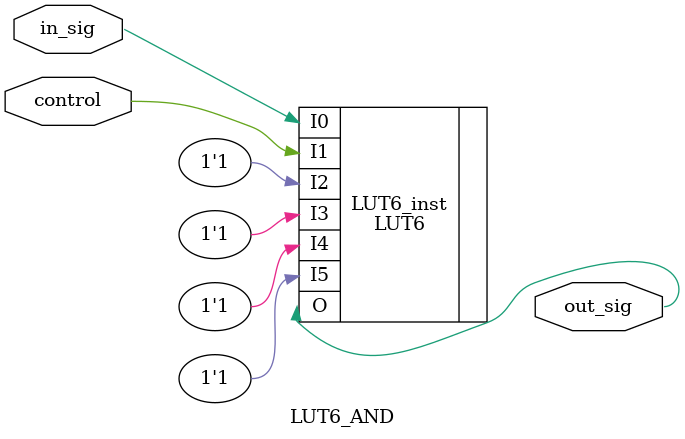
<source format=v>
`timescale 1ns / 1ps


module LUT6_AND(
    input control,
    input in_sig,
    output out_sig
    );
// LUT6: 6-input Look-Up Table with general output
// 7 Series
// Xilinx HDL Language Template, version 2018.3
(* LOCK_PINS="I0:A2, I1:A6, I2:A1, I3:A3, I4:A4, I5:A5" *) 
LUT6 #(
 .INIT(64'h8000000000000000) // Pavi: This should make a AND
) LUT6_inst (
 .O(out_sig), // LUT general output
 .I0(in_sig), // LUT input
 .I1(control), // LUT input
 .I2(1'b1), // LUT input
 .I3(1'b1), // LUT input
 .I4(1'b1), // LUT input
 .I5(1'b1) // LUT input
);
// End of LUT6_inst instantiation
endmodule
</source>
